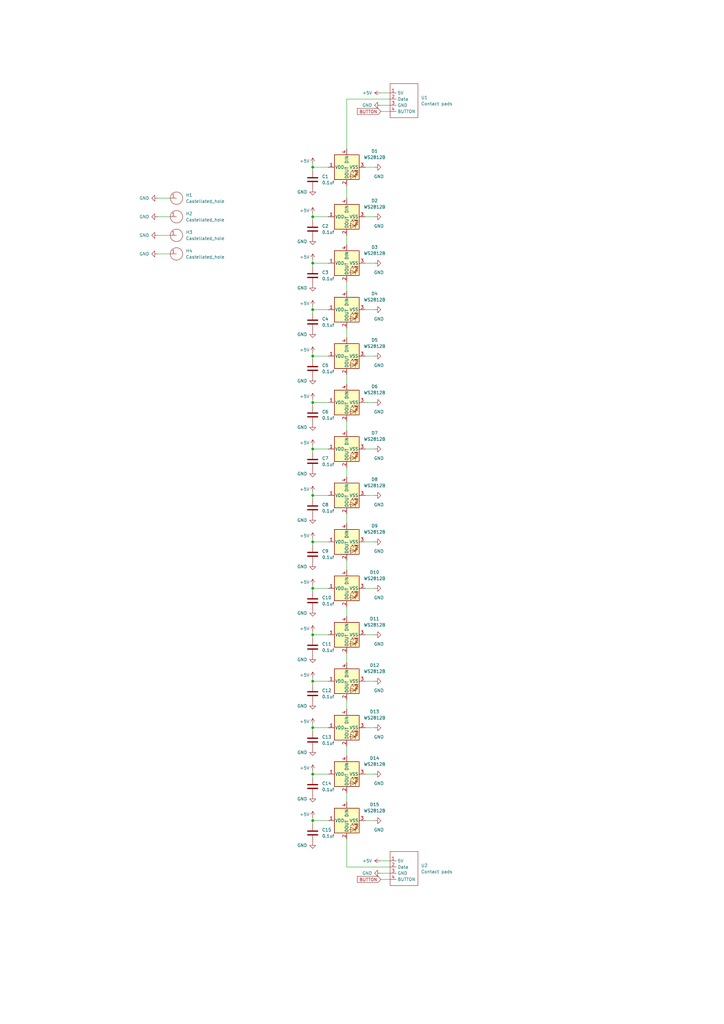
<source format=kicad_sch>
(kicad_sch (version 20211123) (generator eeschema)
  (paper "A3" portrait)
  (lib_symbols
    (symbol "Device:C" (pin_numbers hide) (pin_names (offset 0.254))
      (property "Reference" "C" (at 0.635 2.54 0))
      (property "Value" "C" (at 0.635 -2.54 0))
      (symbol "C_0_1"
        (polyline (pts (xy -2.032 -0.762) (xy 2.032 -0.762)) (stroke (width 0.508)))
        (polyline (pts (xy -2.032 0.762) (xy 2.032 0.762)) (stroke (width 0.508)))
      )
      (symbol "C_1_1"
        (pin passive line (at 0 3.81 270) (length 2.794) (name "~") (number "1"))
        (pin passive line (at 0 -3.81 90) (length 2.794) (name "~") (number "2"))
      )
    )
    (symbol "LED:WS2812B" (pin_names (offset 0.254))
      (property "Reference" "D" (at 5.08 5.715 0))
      (property "Value" "WS2812B" (at 1.27 -5.715 0))
      (symbol "WS2812B_0_0"
        (text "RGB" (at 2.286 -4.191 0) (effects (font (size 0.762 0.762))))
      )
      (symbol "WS2812B_0_1"
        (polyline (pts (xy 1.27 -3.556) (xy 1.778 -3.556)))
        (polyline (pts (xy 1.27 -2.54) (xy 1.778 -2.54)))
        (polyline (pts (xy 4.699 -3.556) (xy 2.667 -3.556)))
        (polyline (pts (xy 2.286 -2.54) (xy 1.27 -3.556) (xy 1.27 -3.048)))
        (polyline (pts (xy 2.286 -1.524) (xy 1.27 -2.54) (xy 1.27 -2.032)))
        (polyline (pts (xy 3.683 -1.016) (xy 3.683 -3.556) (xy 3.683 -4.064)))
        (polyline (pts (xy 4.699 -1.524) (xy 2.667 -1.524) (xy 3.683 -3.556) (xy 4.699 -1.524)))
        (rectangle (start 5.08 5.08) (end -5.08 -5.08) (stroke (width 0.254)) (fill (type background)))
      )
      (symbol "WS2812B_1_1"
        (pin power_in line (at 0 7.62 270) (length 2.54) (name "VDD") (number "1"))
        (pin output line (at 7.62 0 180) (length 2.54) (name "DOUT") (number "2"))
        (pin power_in line (at 0 -7.62 90) (length 2.54) (name "VSS") (number "3"))
        (pin input line (at -7.62 0 0) (length 2.54) (name "DIN") (number "4"))
      )
    )
    (symbol "WS2812B_1" (pin_names (offset 0.254))
      (property "Reference" "D" (at 5.08 5.715 0))
      (property "Value" "WS2812B_1" (at 1.27 -5.715 0))
      (symbol "WS2812B_1_0_0"
        (text "RGB" (at 2.286 -4.191 0) (effects (font (size 0.762 0.762))))
      )
      (symbol "WS2812B_1_0_1"
        (polyline (pts (xy 1.27 -3.556) (xy 1.778 -3.556)))
        (polyline (pts (xy 1.27 -2.54) (xy 1.778 -2.54)))
        (polyline (pts (xy 4.699 -3.556) (xy 2.667 -3.556)))
        (polyline (pts (xy 2.286 -2.54) (xy 1.27 -3.556) (xy 1.27 -3.048)))
        (polyline (pts (xy 2.286 -1.524) (xy 1.27 -2.54) (xy 1.27 -2.032)))
        (polyline (pts (xy 3.683 -1.016) (xy 3.683 -3.556) (xy 3.683 -4.064)))
        (polyline (pts (xy 4.699 -1.524) (xy 2.667 -1.524) (xy 3.683 -3.556) (xy 4.699 -1.524)))
        (rectangle (start 5.08 5.08) (end -5.08 -5.08) (stroke (width 0.254)) (fill (type background)))
      )
      (symbol "WS2812B_1_1_1"
        (pin power_in line (at 0 7.62 270) (length 2.54) (name "VDD") (number "1"))
        (pin output line (at 7.62 0 180) (length 2.54) (name "DOUT") (number "2"))
        (pin power_in line (at 0 -7.62 90) (length 2.54) (name "VSS") (number "3"))
        (pin input line (at -7.62 0 0) (length 2.54) (name "DIN") (number "4"))
      )
    )
    (symbol "WS2812B_10" (pin_names (offset 0.254))
      (property "Reference" "D" (at 5.08 5.715 0))
      (property "Value" "WS2812B_10" (at 1.27 -5.715 0))
      (symbol "WS2812B_10_0_0"
        (text "RGB" (at 2.286 -4.191 0) (effects (font (size 0.762 0.762))))
      )
      (symbol "WS2812B_10_0_1"
        (polyline (pts (xy 1.27 -3.556) (xy 1.778 -3.556)))
        (polyline (pts (xy 1.27 -2.54) (xy 1.778 -2.54)))
        (polyline (pts (xy 4.699 -3.556) (xy 2.667 -3.556)))
        (polyline (pts (xy 2.286 -2.54) (xy 1.27 -3.556) (xy 1.27 -3.048)))
        (polyline (pts (xy 2.286 -1.524) (xy 1.27 -2.54) (xy 1.27 -2.032)))
        (polyline (pts (xy 3.683 -1.016) (xy 3.683 -3.556) (xy 3.683 -4.064)))
        (polyline (pts (xy 4.699 -1.524) (xy 2.667 -1.524) (xy 3.683 -3.556) (xy 4.699 -1.524)))
        (rectangle (start 5.08 5.08) (end -5.08 -5.08) (stroke (width 0.254)) (fill (type background)))
      )
      (symbol "WS2812B_10_1_1"
        (pin power_in line (at 0 7.62 270) (length 2.54) (name "VDD") (number "1"))
        (pin output line (at 7.62 0 180) (length 2.54) (name "DOUT") (number "2"))
        (pin power_in line (at 0 -7.62 90) (length 2.54) (name "VSS") (number "3"))
        (pin input line (at -7.62 0 0) (length 2.54) (name "DIN") (number "4"))
      )
    )
    (symbol "WS2812B_11" (pin_names (offset 0.254))
      (property "Reference" "D" (at 5.08 5.715 0))
      (property "Value" "WS2812B_11" (at 1.27 -5.715 0))
      (symbol "WS2812B_11_0_0"
        (text "RGB" (at 2.286 -4.191 0) (effects (font (size 0.762 0.762))))
      )
      (symbol "WS2812B_11_0_1"
        (polyline (pts (xy 1.27 -3.556) (xy 1.778 -3.556)))
        (polyline (pts (xy 1.27 -2.54) (xy 1.778 -2.54)))
        (polyline (pts (xy 4.699 -3.556) (xy 2.667 -3.556)))
        (polyline (pts (xy 2.286 -2.54) (xy 1.27 -3.556) (xy 1.27 -3.048)))
        (polyline (pts (xy 2.286 -1.524) (xy 1.27 -2.54) (xy 1.27 -2.032)))
        (polyline (pts (xy 3.683 -1.016) (xy 3.683 -3.556) (xy 3.683 -4.064)))
        (polyline (pts (xy 4.699 -1.524) (xy 2.667 -1.524) (xy 3.683 -3.556) (xy 4.699 -1.524)))
        (rectangle (start 5.08 5.08) (end -5.08 -5.08) (stroke (width 0.254)) (fill (type background)))
      )
      (symbol "WS2812B_11_1_1"
        (pin power_in line (at 0 7.62 270) (length 2.54) (name "VDD") (number "1"))
        (pin output line (at 7.62 0 180) (length 2.54) (name "DOUT") (number "2"))
        (pin power_in line (at 0 -7.62 90) (length 2.54) (name "VSS") (number "3"))
        (pin input line (at -7.62 0 0) (length 2.54) (name "DIN") (number "4"))
      )
    )
    (symbol "WS2812B_12" (pin_names (offset 0.254))
      (property "Reference" "D" (at 5.08 5.715 0))
      (property "Value" "WS2812B_12" (at 1.27 -5.715 0))
      (symbol "WS2812B_12_0_0"
        (text "RGB" (at 2.286 -4.191 0) (effects (font (size 0.762 0.762))))
      )
      (symbol "WS2812B_12_0_1"
        (polyline (pts (xy 1.27 -3.556) (xy 1.778 -3.556)))
        (polyline (pts (xy 1.27 -2.54) (xy 1.778 -2.54)))
        (polyline (pts (xy 4.699 -3.556) (xy 2.667 -3.556)))
        (polyline (pts (xy 2.286 -2.54) (xy 1.27 -3.556) (xy 1.27 -3.048)))
        (polyline (pts (xy 2.286 -1.524) (xy 1.27 -2.54) (xy 1.27 -2.032)))
        (polyline (pts (xy 3.683 -1.016) (xy 3.683 -3.556) (xy 3.683 -4.064)))
        (polyline (pts (xy 4.699 -1.524) (xy 2.667 -1.524) (xy 3.683 -3.556) (xy 4.699 -1.524)))
        (rectangle (start 5.08 5.08) (end -5.08 -5.08) (stroke (width 0.254)) (fill (type background)))
      )
      (symbol "WS2812B_12_1_1"
        (pin power_in line (at 0 7.62 270) (length 2.54) (name "VDD") (number "1"))
        (pin output line (at 7.62 0 180) (length 2.54) (name "DOUT") (number "2"))
        (pin power_in line (at 0 -7.62 90) (length 2.54) (name "VSS") (number "3"))
        (pin input line (at -7.62 0 0) (length 2.54) (name "DIN") (number "4"))
      )
    )
    (symbol "WS2812B_13" (pin_names (offset 0.254))
      (property "Reference" "D" (at 5.08 5.715 0))
      (property "Value" "WS2812B_13" (at 1.27 -5.715 0))
      (symbol "WS2812B_13_0_0"
        (text "RGB" (at 2.286 -4.191 0) (effects (font (size 0.762 0.762))))
      )
      (symbol "WS2812B_13_0_1"
        (polyline (pts (xy 1.27 -3.556) (xy 1.778 -3.556)))
        (polyline (pts (xy 1.27 -2.54) (xy 1.778 -2.54)))
        (polyline (pts (xy 4.699 -3.556) (xy 2.667 -3.556)))
        (polyline (pts (xy 2.286 -2.54) (xy 1.27 -3.556) (xy 1.27 -3.048)))
        (polyline (pts (xy 2.286 -1.524) (xy 1.27 -2.54) (xy 1.27 -2.032)))
        (polyline (pts (xy 3.683 -1.016) (xy 3.683 -3.556) (xy 3.683 -4.064)))
        (polyline (pts (xy 4.699 -1.524) (xy 2.667 -1.524) (xy 3.683 -3.556) (xy 4.699 -1.524)))
        (rectangle (start 5.08 5.08) (end -5.08 -5.08) (stroke (width 0.254)) (fill (type background)))
      )
      (symbol "WS2812B_13_1_1"
        (pin power_in line (at 0 7.62 270) (length 2.54) (name "VDD") (number "1"))
        (pin output line (at 7.62 0 180) (length 2.54) (name "DOUT") (number "2"))
        (pin power_in line (at 0 -7.62 90) (length 2.54) (name "VSS") (number "3"))
        (pin input line (at -7.62 0 0) (length 2.54) (name "DIN") (number "4"))
      )
    )
    (symbol "WS2812B_14" (pin_names (offset 0.254))
      (property "Reference" "D" (at 5.08 5.715 0))
      (property "Value" "WS2812B_14" (at 1.27 -5.715 0))
      (symbol "WS2812B_14_0_0"
        (text "RGB" (at 2.286 -4.191 0) (effects (font (size 0.762 0.762))))
      )
      (symbol "WS2812B_14_0_1"
        (polyline (pts (xy 1.27 -3.556) (xy 1.778 -3.556)))
        (polyline (pts (xy 1.27 -2.54) (xy 1.778 -2.54)))
        (polyline (pts (xy 4.699 -3.556) (xy 2.667 -3.556)))
        (polyline (pts (xy 2.286 -2.54) (xy 1.27 -3.556) (xy 1.27 -3.048)))
        (polyline (pts (xy 2.286 -1.524) (xy 1.27 -2.54) (xy 1.27 -2.032)))
        (polyline (pts (xy 3.683 -1.016) (xy 3.683 -3.556) (xy 3.683 -4.064)))
        (polyline (pts (xy 4.699 -1.524) (xy 2.667 -1.524) (xy 3.683 -3.556) (xy 4.699 -1.524)))
        (rectangle (start 5.08 5.08) (end -5.08 -5.08) (stroke (width 0.254)) (fill (type background)))
      )
      (symbol "WS2812B_14_1_1"
        (pin power_in line (at 0 7.62 270) (length 2.54) (name "VDD") (number "1"))
        (pin output line (at 7.62 0 180) (length 2.54) (name "DOUT") (number "2"))
        (pin power_in line (at 0 -7.62 90) (length 2.54) (name "VSS") (number "3"))
        (pin input line (at -7.62 0 0) (length 2.54) (name "DIN") (number "4"))
      )
    )
    (symbol "WS2812B_2" (pin_names (offset 0.254))
      (property "Reference" "D" (at 5.08 5.715 0))
      (property "Value" "WS2812B_2" (at 1.27 -5.715 0))
      (symbol "WS2812B_2_0_0"
        (text "RGB" (at 2.286 -4.191 0) (effects (font (size 0.762 0.762))))
      )
      (symbol "WS2812B_2_0_1"
        (polyline (pts (xy 1.27 -3.556) (xy 1.778 -3.556)))
        (polyline (pts (xy 1.27 -2.54) (xy 1.778 -2.54)))
        (polyline (pts (xy 4.699 -3.556) (xy 2.667 -3.556)))
        (polyline (pts (xy 2.286 -2.54) (xy 1.27 -3.556) (xy 1.27 -3.048)))
        (polyline (pts (xy 2.286 -1.524) (xy 1.27 -2.54) (xy 1.27 -2.032)))
        (polyline (pts (xy 3.683 -1.016) (xy 3.683 -3.556) (xy 3.683 -4.064)))
        (polyline (pts (xy 4.699 -1.524) (xy 2.667 -1.524) (xy 3.683 -3.556) (xy 4.699 -1.524)))
        (rectangle (start 5.08 5.08) (end -5.08 -5.08) (stroke (width 0.254)) (fill (type background)))
      )
      (symbol "WS2812B_2_1_1"
        (pin power_in line (at 0 7.62 270) (length 2.54) (name "VDD") (number "1"))
        (pin output line (at 7.62 0 180) (length 2.54) (name "DOUT") (number "2"))
        (pin power_in line (at 0 -7.62 90) (length 2.54) (name "VSS") (number "3"))
        (pin input line (at -7.62 0 0) (length 2.54) (name "DIN") (number "4"))
      )
    )
    (symbol "WS2812B_3" (pin_names (offset 0.254))
      (property "Reference" "D" (at 5.08 5.715 0))
      (property "Value" "WS2812B_3" (at 1.27 -5.715 0))
      (symbol "WS2812B_3_0_0"
        (text "RGB" (at 2.286 -4.191 0) (effects (font (size 0.762 0.762))))
      )
      (symbol "WS2812B_3_0_1"
        (polyline (pts (xy 1.27 -3.556) (xy 1.778 -3.556)))
        (polyline (pts (xy 1.27 -2.54) (xy 1.778 -2.54)))
        (polyline (pts (xy 4.699 -3.556) (xy 2.667 -3.556)))
        (polyline (pts (xy 2.286 -2.54) (xy 1.27 -3.556) (xy 1.27 -3.048)))
        (polyline (pts (xy 2.286 -1.524) (xy 1.27 -2.54) (xy 1.27 -2.032)))
        (polyline (pts (xy 3.683 -1.016) (xy 3.683 -3.556) (xy 3.683 -4.064)))
        (polyline (pts (xy 4.699 -1.524) (xy 2.667 -1.524) (xy 3.683 -3.556) (xy 4.699 -1.524)))
        (rectangle (start 5.08 5.08) (end -5.08 -5.08) (stroke (width 0.254)) (fill (type background)))
      )
      (symbol "WS2812B_3_1_1"
        (pin power_in line (at 0 7.62 270) (length 2.54) (name "VDD") (number "1"))
        (pin output line (at 7.62 0 180) (length 2.54) (name "DOUT") (number "2"))
        (pin power_in line (at 0 -7.62 90) (length 2.54) (name "VSS") (number "3"))
        (pin input line (at -7.62 0 0) (length 2.54) (name "DIN") (number "4"))
      )
    )
    (symbol "WS2812B_4" (pin_names (offset 0.254))
      (property "Reference" "D" (at 5.08 5.715 0))
      (property "Value" "WS2812B_4" (at 1.27 -5.715 0))
      (symbol "WS2812B_4_0_0"
        (text "RGB" (at 2.286 -4.191 0) (effects (font (size 0.762 0.762))))
      )
      (symbol "WS2812B_4_0_1"
        (polyline (pts (xy 1.27 -3.556) (xy 1.778 -3.556)))
        (polyline (pts (xy 1.27 -2.54) (xy 1.778 -2.54)))
        (polyline (pts (xy 4.699 -3.556) (xy 2.667 -3.556)))
        (polyline (pts (xy 2.286 -2.54) (xy 1.27 -3.556) (xy 1.27 -3.048)))
        (polyline (pts (xy 2.286 -1.524) (xy 1.27 -2.54) (xy 1.27 -2.032)))
        (polyline (pts (xy 3.683 -1.016) (xy 3.683 -3.556) (xy 3.683 -4.064)))
        (polyline (pts (xy 4.699 -1.524) (xy 2.667 -1.524) (xy 3.683 -3.556) (xy 4.699 -1.524)))
        (rectangle (start 5.08 5.08) (end -5.08 -5.08) (stroke (width 0.254)) (fill (type background)))
      )
      (symbol "WS2812B_4_1_1"
        (pin power_in line (at 0 7.62 270) (length 2.54) (name "VDD") (number "1"))
        (pin output line (at 7.62 0 180) (length 2.54) (name "DOUT") (number "2"))
        (pin power_in line (at 0 -7.62 90) (length 2.54) (name "VSS") (number "3"))
        (pin input line (at -7.62 0 0) (length 2.54) (name "DIN") (number "4"))
      )
    )
    (symbol "WS2812B_5" (pin_names (offset 0.254))
      (property "Reference" "D" (at 5.08 5.715 0))
      (property "Value" "WS2812B_5" (at 1.27 -5.715 0))
      (symbol "WS2812B_5_0_0"
        (text "RGB" (at 2.286 -4.191 0) (effects (font (size 0.762 0.762))))
      )
      (symbol "WS2812B_5_0_1"
        (polyline (pts (xy 1.27 -3.556) (xy 1.778 -3.556)))
        (polyline (pts (xy 1.27 -2.54) (xy 1.778 -2.54)))
        (polyline (pts (xy 4.699 -3.556) (xy 2.667 -3.556)))
        (polyline (pts (xy 2.286 -2.54) (xy 1.27 -3.556) (xy 1.27 -3.048)))
        (polyline (pts (xy 2.286 -1.524) (xy 1.27 -2.54) (xy 1.27 -2.032)))
        (polyline (pts (xy 3.683 -1.016) (xy 3.683 -3.556) (xy 3.683 -4.064)))
        (polyline (pts (xy 4.699 -1.524) (xy 2.667 -1.524) (xy 3.683 -3.556) (xy 4.699 -1.524)))
        (rectangle (start 5.08 5.08) (end -5.08 -5.08) (stroke (width 0.254)) (fill (type background)))
      )
      (symbol "WS2812B_5_1_1"
        (pin power_in line (at 0 7.62 270) (length 2.54) (name "VDD") (number "1"))
        (pin output line (at 7.62 0 180) (length 2.54) (name "DOUT") (number "2"))
        (pin power_in line (at 0 -7.62 90) (length 2.54) (name "VSS") (number "3"))
        (pin input line (at -7.62 0 0) (length 2.54) (name "DIN") (number "4"))
      )
    )
    (symbol "WS2812B_6" (pin_names (offset 0.254))
      (property "Reference" "D" (at 5.08 5.715 0))
      (property "Value" "WS2812B_6" (at 1.27 -5.715 0))
      (symbol "WS2812B_6_0_0"
        (text "RGB" (at 2.286 -4.191 0) (effects (font (size 0.762 0.762))))
      )
      (symbol "WS2812B_6_0_1"
        (polyline (pts (xy 1.27 -3.556) (xy 1.778 -3.556)))
        (polyline (pts (xy 1.27 -2.54) (xy 1.778 -2.54)))
        (polyline (pts (xy 4.699 -3.556) (xy 2.667 -3.556)))
        (polyline (pts (xy 2.286 -2.54) (xy 1.27 -3.556) (xy 1.27 -3.048)))
        (polyline (pts (xy 2.286 -1.524) (xy 1.27 -2.54) (xy 1.27 -2.032)))
        (polyline (pts (xy 3.683 -1.016) (xy 3.683 -3.556) (xy 3.683 -4.064)))
        (polyline (pts (xy 4.699 -1.524) (xy 2.667 -1.524) (xy 3.683 -3.556) (xy 4.699 -1.524)))
        (rectangle (start 5.08 5.08) (end -5.08 -5.08) (stroke (width 0.254)) (fill (type background)))
      )
      (symbol "WS2812B_6_1_1"
        (pin power_in line (at 0 7.62 270) (length 2.54) (name "VDD") (number "1"))
        (pin output line (at 7.62 0 180) (length 2.54) (name "DOUT") (number "2"))
        (pin power_in line (at 0 -7.62 90) (length 2.54) (name "VSS") (number "3"))
        (pin input line (at -7.62 0 0) (length 2.54) (name "DIN") (number "4"))
      )
    )
    (symbol "WS2812B_7" (pin_names (offset 0.254))
      (property "Reference" "D" (at 5.08 5.715 0))
      (property "Value" "WS2812B_7" (at 1.27 -5.715 0))
      (symbol "WS2812B_7_0_0"
        (text "RGB" (at 2.286 -4.191 0) (effects (font (size 0.762 0.762))))
      )
      (symbol "WS2812B_7_0_1"
        (polyline (pts (xy 1.27 -3.556) (xy 1.778 -3.556)))
        (polyline (pts (xy 1.27 -2.54) (xy 1.778 -2.54)))
        (polyline (pts (xy 4.699 -3.556) (xy 2.667 -3.556)))
        (polyline (pts (xy 2.286 -2.54) (xy 1.27 -3.556) (xy 1.27 -3.048)))
        (polyline (pts (xy 2.286 -1.524) (xy 1.27 -2.54) (xy 1.27 -2.032)))
        (polyline (pts (xy 3.683 -1.016) (xy 3.683 -3.556) (xy 3.683 -4.064)))
        (polyline (pts (xy 4.699 -1.524) (xy 2.667 -1.524) (xy 3.683 -3.556) (xy 4.699 -1.524)))
        (rectangle (start 5.08 5.08) (end -5.08 -5.08) (stroke (width 0.254)) (fill (type background)))
      )
      (symbol "WS2812B_7_1_1"
        (pin power_in line (at 0 7.62 270) (length 2.54) (name "VDD") (number "1"))
        (pin output line (at 7.62 0 180) (length 2.54) (name "DOUT") (number "2"))
        (pin power_in line (at 0 -7.62 90) (length 2.54) (name "VSS") (number "3"))
        (pin input line (at -7.62 0 0) (length 2.54) (name "DIN") (number "4"))
      )
    )
    (symbol "WS2812B_8" (pin_names (offset 0.254))
      (property "Reference" "D" (at 5.08 5.715 0))
      (property "Value" "WS2812B_8" (at 1.27 -5.715 0))
      (symbol "WS2812B_8_0_0"
        (text "RGB" (at 2.286 -4.191 0) (effects (font (size 0.762 0.762))))
      )
      (symbol "WS2812B_8_0_1"
        (polyline (pts (xy 1.27 -3.556) (xy 1.778 -3.556)))
        (polyline (pts (xy 1.27 -2.54) (xy 1.778 -2.54)))
        (polyline (pts (xy 4.699 -3.556) (xy 2.667 -3.556)))
        (polyline (pts (xy 2.286 -2.54) (xy 1.27 -3.556) (xy 1.27 -3.048)))
        (polyline (pts (xy 2.286 -1.524) (xy 1.27 -2.54) (xy 1.27 -2.032)))
        (polyline (pts (xy 3.683 -1.016) (xy 3.683 -3.556) (xy 3.683 -4.064)))
        (polyline (pts (xy 4.699 -1.524) (xy 2.667 -1.524) (xy 3.683 -3.556) (xy 4.699 -1.524)))
        (rectangle (start 5.08 5.08) (end -5.08 -5.08) (stroke (width 0.254)) (fill (type background)))
      )
      (symbol "WS2812B_8_1_1"
        (pin power_in line (at 0 7.62 270) (length 2.54) (name "VDD") (number "1"))
        (pin output line (at 7.62 0 180) (length 2.54) (name "DOUT") (number "2"))
        (pin power_in line (at 0 -7.62 90) (length 2.54) (name "VSS") (number "3"))
        (pin input line (at -7.62 0 0) (length 2.54) (name "DIN") (number "4"))
      )
    )
    (symbol "WS2812B_9" (pin_names (offset 0.254))
      (property "Reference" "D" (at 5.08 5.715 0))
      (property "Value" "WS2812B_9" (at 1.27 -5.715 0))
      (symbol "WS2812B_9_0_0"
        (text "RGB" (at 2.286 -4.191 0) (effects (font (size 0.762 0.762))))
      )
      (symbol "WS2812B_9_0_1"
        (polyline (pts (xy 1.27 -3.556) (xy 1.778 -3.556)))
        (polyline (pts (xy 1.27 -2.54) (xy 1.778 -2.54)))
        (polyline (pts (xy 4.699 -3.556) (xy 2.667 -3.556)))
        (polyline (pts (xy 2.286 -2.54) (xy 1.27 -3.556) (xy 1.27 -3.048)))
        (polyline (pts (xy 2.286 -1.524) (xy 1.27 -2.54) (xy 1.27 -2.032)))
        (polyline (pts (xy 3.683 -1.016) (xy 3.683 -3.556) (xy 3.683 -4.064)))
        (polyline (pts (xy 4.699 -1.524) (xy 2.667 -1.524) (xy 3.683 -3.556) (xy 4.699 -1.524)))
        (rectangle (start 5.08 5.08) (end -5.08 -5.08) (stroke (width 0.254)) (fill (type background)))
      )
      (symbol "WS2812B_9_1_1"
        (pin power_in line (at 0 7.62 270) (length 2.54) (name "VDD") (number "1"))
        (pin output line (at 7.62 0 180) (length 2.54) (name "DOUT") (number "2"))
        (pin power_in line (at 0 -7.62 90) (length 2.54) (name "VSS") (number "3"))
        (pin input line (at -7.62 0 0) (length 2.54) (name "DIN") (number "4"))
      )
    )
    (symbol "myparts:Castellated_hole"
      (property "Reference" "H" (at 0 0 0))
      (property "Value" "Castellated_hole" (at 0 0 0))
      (symbol "Castellated_hole_0_1"
        (circle (center 2.54 0) (radius 2.54) (stroke (width 0.1524)))
      )
      (symbol "Castellated_hole_1_1"
        (pin bidirectional line (at 0 0 0) (length 2.54) (name "") (number "1"))
      )
    )
    (symbol "myparts:LED_strip_contact_4pads"
      (property "Reference" "U5" (at -5.08 3.81 0))
      (property "Value" "LED_strip_contact_4pads" (at -5.08 1.27 0))
      (symbol "LED_strip_contact_4pads_0_1"
        (rectangle (start -3.81 3.81) (end 7.62 -10.16) (stroke (width 0.1524)))
      )
      (symbol "LED_strip_contact_4pads_1_1"
        (pin bidirectional line (at -3.81 0 0) (length 2.54) (name "5V") (number "1"))
        (pin bidirectional line (at -3.81 -2.54 0) (length 2.54) (name "Data") (number "2"))
        (pin bidirectional line (at -3.81 -5.08 0) (length 2.54) (name "GND") (number "3"))
        (pin bidirectional line (at -3.81 -7.62 0) (length 2.54) (name "BUTTON") (number "4"))
      )
    )
    (symbol "power:+5V" (power) (pin_names (offset 0))
      (property "Value" "+5V" (at 0 3.556 0))
      (symbol "+5V_0_1"
        (polyline (pts (xy -0.762 1.27) (xy 0 2.54)))
        (polyline (pts (xy 0 0) (xy 0 2.54)))
        (polyline (pts (xy 0 2.54) (xy 0.762 1.27)))
      )
      (symbol "+5V_1_1"
        (pin power_in line (at 0 0 90) (length 0) hide (name "+5V") (number "1"))
      )
    )
    (symbol "power:GND" (power) (pin_names (offset 0))
      (property "Value" "GND" (at 0 -3.81 0))
      (symbol "GND_0_1"
        (polyline (pts (xy 0 0) (xy 0 -1.27) (xy 1.27 -1.27) (xy 0 -2.54) (xy -1.27 -1.27) (xy 0 -1.27)))
      )
      (symbol "GND_1_1"
        (pin power_in line (at 0 0 270) (length 0) hide (name "GND") (number "1"))
      )
    )
  )
  (junction (at 128.27 336.55))
  (junction (at 128.27 68.58))
  (junction (at 128.27 165.1))
  (junction (at 128.27 317.5))
  (junction (at 128.27 279.4))
  (junction (at 128.27 260.35))
  (junction (at 128.27 241.3))
  (junction (at 128.27 127))
  (junction (at 128.27 222.25))
  (junction (at 128.27 88.9))
  (junction (at 128.27 203.2))
  (junction (at 128.27 146.05))
  (junction (at 128.27 184.15))
  (junction (at 128.27 107.95))
  (junction (at 128.27 298.45))
  (wire (pts (xy 128.27 241.3) (xy 128.27 242.57)))
  (wire (pts (xy 128.27 220.98) (xy 128.27 222.25)))
  (wire (pts (xy 149.86 184.15) (xy 153.67 184.15)))
  (wire (pts (xy 128.27 182.88) (xy 128.27 184.15)))
  (wire (pts (xy 128.27 335.28) (xy 128.27 336.55)))
  (wire (pts (xy 149.86 165.1) (xy 153.67 165.1)))
  (wire (pts (xy 149.86 203.2) (xy 153.67 203.2)))
  (wire (pts (xy 128.27 241.3) (xy 134.62 241.3)))
  (wire (pts (xy 128.27 259.08) (xy 128.27 260.35)))
  (wire (pts (xy 64.77 88.9) (xy 69.85 88.9)))
  (wire (pts (xy 128.27 165.1) (xy 128.27 166.37)))
  (wire (pts (xy 128.27 316.23) (xy 128.27 317.5)))
  (wire (pts (xy 142.24 229.87) (xy 142.24 233.68)))
  (wire (pts (xy 142.24 287.02) (xy 142.24 290.83)))
  (wire (pts (xy 156.21 358.14) (xy 160.02 358.14)))
  (wire (pts (xy 128.27 279.4) (xy 128.27 280.67)))
  (wire (pts (xy 156.21 353.06) (xy 160.02 353.06)))
  (wire (pts (xy 149.86 127) (xy 153.67 127)))
  (wire (pts (xy 142.24 248.92) (xy 142.24 252.73)))
  (wire (pts (xy 128.27 317.5) (xy 134.62 317.5)))
  (wire (pts (xy 128.27 240.03) (xy 128.27 241.3)))
  (wire (pts (xy 128.27 163.83) (xy 128.27 165.1)))
  (wire (pts (xy 128.27 88.9) (xy 128.27 90.17)))
  (wire (pts (xy 128.27 279.4) (xy 134.62 279.4)))
  (wire (pts (xy 128.27 336.55) (xy 128.27 337.82)))
  (wire (pts (xy 128.27 336.55) (xy 134.62 336.55)))
  (wire (pts (xy 142.24 40.64) (xy 142.24 60.96)))
  (wire (pts (xy 128.27 297.18) (xy 128.27 298.45)))
  (wire (pts (xy 142.24 115.57) (xy 142.24 119.38)))
  (wire (pts (xy 142.24 325.12) (xy 142.24 328.93)))
  (wire (pts (xy 64.77 96.52) (xy 69.85 96.52)))
  (wire (pts (xy 128.27 317.5) (xy 128.27 318.77)))
  (wire (pts (xy 128.27 222.25) (xy 134.62 222.25)))
  (wire (pts (xy 142.24 172.72) (xy 142.24 176.53)))
  (wire (pts (xy 149.86 279.4) (xy 153.67 279.4)))
  (wire (pts (xy 149.86 260.35) (xy 153.67 260.35)))
  (wire (pts (xy 128.27 165.1) (xy 134.62 165.1)))
  (wire (pts (xy 128.27 107.95) (xy 128.27 109.22)))
  (wire (pts (xy 149.86 146.05) (xy 153.67 146.05)))
  (wire (pts (xy 142.24 344.17) (xy 142.24 355.6)))
  (wire (pts (xy 142.24 210.82) (xy 142.24 214.63)))
  (wire (pts (xy 128.27 127) (xy 134.62 127)))
  (wire (pts (xy 128.27 222.25) (xy 128.27 223.52)))
  (wire (pts (xy 128.27 203.2) (xy 128.27 204.47)))
  (wire (pts (xy 128.27 144.78) (xy 128.27 146.05)))
  (wire (pts (xy 149.86 107.95) (xy 153.67 107.95)))
  (wire (pts (xy 156.21 360.68) (xy 160.02 360.68)))
  (wire (pts (xy 149.86 241.3) (xy 153.67 241.3)))
  (wire (pts (xy 64.77 81.28) (xy 69.85 81.28)))
  (wire (pts (xy 142.24 76.2) (xy 142.24 81.28)))
  (wire (pts (xy 156.21 43.18) (xy 160.02 43.18)))
  (wire (pts (xy 128.27 278.13) (xy 128.27 279.4)))
  (wire (pts (xy 64.77 104.14) (xy 69.85 104.14)))
  (wire (pts (xy 128.27 87.63) (xy 128.27 88.9)))
  (wire (pts (xy 128.27 260.35) (xy 134.62 260.35)))
  (wire (pts (xy 142.24 267.97) (xy 142.24 271.78)))
  (wire (pts (xy 142.24 96.52) (xy 142.24 100.33)))
  (wire (pts (xy 160.02 40.64) (xy 142.24 40.64)))
  (wire (pts (xy 128.27 298.45) (xy 128.27 299.72)))
  (wire (pts (xy 149.86 298.45) (xy 153.67 298.45)))
  (wire (pts (xy 128.27 88.9) (xy 134.62 88.9)))
  (wire (pts (xy 128.27 298.45) (xy 134.62 298.45)))
  (wire (pts (xy 128.27 146.05) (xy 128.27 147.32)))
  (wire (pts (xy 160.02 355.6) (xy 142.24 355.6)))
  (wire (pts (xy 142.24 134.62) (xy 142.24 138.43)))
  (wire (pts (xy 128.27 201.93) (xy 128.27 203.2)))
  (wire (pts (xy 128.27 203.2) (xy 134.62 203.2)))
  (wire (pts (xy 128.27 68.58) (xy 128.27 69.85)))
  (wire (pts (xy 128.27 146.05) (xy 134.62 146.05)))
  (wire (pts (xy 149.86 222.25) (xy 153.67 222.25)))
  (wire (pts (xy 149.86 317.5) (xy 153.67 317.5)))
  (wire (pts (xy 128.27 67.31) (xy 128.27 68.58)))
  (wire (pts (xy 128.27 68.58) (xy 134.62 68.58)))
  (wire (pts (xy 156.21 45.72) (xy 160.02 45.72)))
  (wire (pts (xy 128.27 106.68) (xy 128.27 107.95)))
  (wire (pts (xy 142.24 306.07) (xy 142.24 309.88)))
  (wire (pts (xy 128.27 127) (xy 128.27 128.27)))
  (wire (pts (xy 156.21 38.1) (xy 160.02 38.1)))
  (wire (pts (xy 142.24 153.67) (xy 142.24 157.48)))
  (wire (pts (xy 128.27 184.15) (xy 128.27 185.42)))
  (wire (pts (xy 149.86 336.55) (xy 153.67 336.55)))
  (wire (pts (xy 128.27 107.95) (xy 134.62 107.95)))
  (wire (pts (xy 149.86 88.9) (xy 153.67 88.9)))
  (wire (pts (xy 149.86 68.58) (xy 153.67 68.58)))
  (wire (pts (xy 128.27 125.73) (xy 128.27 127)))
  (wire (pts (xy 128.27 260.35) (xy 128.27 261.62)))
  (wire (pts (xy 128.27 184.15) (xy 134.62 184.15)))
  (wire (pts (xy 142.24 191.77) (xy 142.24 195.58)))
  (global_label "BUTTON" (shape input) (at 156.21 360.68 180) (property "Intersheet References" "${INTERSHEET_REFS}" (effects hide)))
  (global_label "BUTTON" (shape input) (at 156.21 45.72 180) (property "Intersheet References" "${INTERSHEET_REFS}" (effects hide)))
  (symbol (lib_id "power:GND") (at 128.27 250.19 0) (unit 1)
    (property "Reference" "#PWR0126" (effects hide))
    (property "Value" "GND" (at 121.92 251.46 0) (effects (justify left)))
  )
  (symbol (lib_id "LED:WS2812B") (at 142.24 279.4 90) (mirror x) (unit 1)
    (property "Reference" "D12" (at 153.67 272.8212 90))
    (property "Value" "WS2812B" (at 153.67 275.3612 90))
    (property "Footprint" "LED_SMD:LED_WS2812B_PLCC4_5.0x5.0mm_P3.2mm" (effects hide))
    (property "Datasheet" "https://cdn-shop.adafruit.com/datasheets/WS2812B.pdf" (effects hide))
    (property "LCSC" "C114586" (effects hide))
    (property "5+" "€0.1214" (effects hide))
    (property "50+" "€0.1002" (effects hide))
    (property "150+" "€0.0848" (effects hide))
    (property "500+" "€0.0721" (effects hide))
    (property "LCSC link" "https://lcsc.com/product-detail/Light-Emitting-Diodes-LED_Worldsemi-WS2812B-B_C114586.html" (effects hide))
  )
  (symbol (lib_id "power:GND") (at 153.67 146.05 90) (unit 1)
    (property "Reference" "#PWR0107" (effects hide))
    (property "Value" "GND" (at 157.48 149.86 90) (effects (justify left)))
  )
  (symbol (lib_id "power:GND") (at 128.27 135.89 0) (unit 1)
    (property "Reference" "#PWR0136" (effects hide))
    (property "Value" "GND" (at 121.92 137.16 0) (effects (justify left)))
  )
  (symbol (lib_id "power:GND") (at 128.27 345.44 0) (unit 1)
    (property "Reference" "#PWR0111" (effects hide))
    (property "Value" "GND" (at 121.92 346.71 0) (effects (justify left)))
  )
  (symbol (lib_id "power:GND") (at 156.21 358.14 270) (unit 1)
    (property "Reference" "#PWR0122" (effects hide))
    (property "Value" "GND" (at 148.59 358.14 90) (effects (justify left)))
  )
  (symbol (lib_id "myparts:LED_strip_contact_4pads") (at 163.83 38.1 0) (unit 1)
    (property "Reference" "U1" (at 172.72 40.0049 0) (effects (justify left)))
    (property "Value" "Contact pads" (at 172.72 42.5449 0) (effects (justify left)))
    (property "Footprint" "myparts:LED strip connector 4pad small" (effects hide))
  )
  (symbol (lib_id "power:GND") (at 128.27 307.34 0) (unit 1)
    (property "Reference" "#PWR0112" (effects hide))
    (property "Value" "GND" (at 121.92 308.61 0) (effects (justify left)))
  )
  (symbol (lib_id "Device:C") (at 128.27 265.43 0) (unit 1)
    (property "Reference" "C11" (at 132.08 264.1599 0) (effects (justify left)))
    (property "Value" "0.1uf" (at 132.08 266.6999 0) (effects (justify left)))
    (property "Footprint" "Capacitor_SMD:C_0603_1608Metric_Pad1.08x0.95mm_HandSolder" (effects hide))
  )
  (symbol (lib_name "WS2812B_5") (lib_id "LED:WS2812B") (at 142.24 127 90) (mirror x) (unit 1)
    (property "Reference" "D4" (at 153.67 120.4212 90))
    (property "Value" "WS2812B" (at 153.67 122.9612 90))
    (property "Footprint" "LED_SMD:LED_WS2812B_PLCC4_5.0x5.0mm_P3.2mm" (effects hide))
    (property "Datasheet" "https://cdn-shop.adafruit.com/datasheets/WS2812B.pdf" (effects hide))
    (property "LCSC" "C114586" (effects hide))
    (property "5+" "€0.1214" (effects hide))
    (property "50+" "€0.1002" (effects hide))
    (property "150+" "€0.0848" (effects hide))
    (property "500+" "€0.0721" (effects hide))
    (property "LCSC link" "https://lcsc.com/product-detail/Light-Emitting-Diodes-LED_Worldsemi-WS2812B-B_C114586.html" (effects hide))
  )
  (symbol (lib_id "power:GND") (at 64.77 88.9 270) (unit 1)
    (property "Reference" "#PWR0150" (effects hide))
    (property "Value" "GND" (at 57.15 88.9 90) (effects (justify left)))
  )
  (symbol (lib_id "power:GND") (at 128.27 212.09 0) (unit 1)
    (property "Reference" "#PWR0130" (effects hide))
    (property "Value" "GND" (at 121.92 213.36 0) (effects (justify left)))
  )
  (symbol (lib_id "power:GND") (at 153.67 260.35 90) (unit 1)
    (property "Reference" "#PWR0132" (effects hide))
    (property "Value" "GND" (at 157.48 264.16 90) (effects (justify left)))
  )
  (symbol (lib_id "power:+5V") (at 128.27 182.88 0) (unit 1)
    (property "Reference" "#PWR0108" (effects hide))
    (property "Value" "+5V" (at 127 181.61 0) (effects (justify right)))
  )
  (symbol (lib_name "WS2812B_6") (lib_id "LED:WS2812B") (at 142.24 336.55 90) (mirror x) (unit 1)
    (property "Reference" "D15" (at 153.67 329.9712 90))
    (property "Value" "WS2812B" (at 153.67 332.5112 90))
    (property "Footprint" "LED_SMD:LED_WS2812B_PLCC4_5.0x5.0mm_P3.2mm" (effects hide))
    (property "Datasheet" "https://cdn-shop.adafruit.com/datasheets/WS2812B.pdf" (effects hide))
    (property "LCSC" "C114586" (effects hide))
    (property "5+" "€0.1214" (effects hide))
    (property "50+" "€0.1002" (effects hide))
    (property "150+" "€0.0848" (effects hide))
    (property "500+" "€0.0721" (effects hide))
    (property "LCSC link" "https://lcsc.com/product-detail/Light-Emitting-Diodes-LED_Worldsemi-WS2812B-B_C114586.html" (effects hide))
  )
  (symbol (lib_id "power:+5V") (at 156.21 38.1 90) (unit 1)
    (property "Reference" "#PWR0148" (effects hide))
    (property "Value" "+5V" (at 148.59 38.1 90) (effects (justify right)))
  )
  (symbol (lib_id "Device:C") (at 128.27 341.63 0) (unit 1)
    (property "Reference" "C15" (at 132.08 340.3599 0) (effects (justify left)))
    (property "Value" "0.1uf" (at 132.08 342.8999 0) (effects (justify left)))
    (property "Footprint" "Capacitor_SMD:C_0603_1608Metric_Pad1.08x0.95mm_HandSolder" (effects hide))
  )
  (symbol (lib_name "WS2812B_12") (lib_id "LED:WS2812B") (at 142.24 241.3 90) (mirror x) (unit 1)
    (property "Reference" "D10" (at 153.67 234.7212 90))
    (property "Value" "WS2812B" (at 153.67 237.2612 90))
    (property "Footprint" "LED_SMD:LED_WS2812B_PLCC4_5.0x5.0mm_P3.2mm" (effects hide))
    (property "Datasheet" "https://cdn-shop.adafruit.com/datasheets/WS2812B.pdf" (effects hide))
    (property "LCSC" "C114586" (effects hide))
    (property "5+" "€0.1214" (effects hide))
    (property "50+" "€0.1002" (effects hide))
    (property "150+" "€0.0848" (effects hide))
    (property "500+" "€0.0721" (effects hide))
    (property "LCSC link" "https://lcsc.com/product-detail/Light-Emitting-Diodes-LED_Worldsemi-WS2812B-B_C114586.html" (effects hide))
  )
  (symbol (lib_id "power:GND") (at 153.67 298.45 90) (unit 1)
    (property "Reference" "#PWR0115" (effects hide))
    (property "Value" "GND" (at 157.48 302.26 90) (effects (justify left)))
  )
  (symbol (lib_name "WS2812B_2") (lib_id "LED:WS2812B") (at 142.24 146.05 90) (mirror x) (unit 1)
    (property "Reference" "D5" (at 153.67 139.4712 90))
    (property "Value" "WS2812B" (at 153.67 142.0112 90))
    (property "Footprint" "LED_SMD:LED_WS2812B_PLCC4_5.0x5.0mm_P3.2mm" (effects hide))
    (property "Datasheet" "https://cdn-shop.adafruit.com/datasheets/WS2812B.pdf" (effects hide))
    (property "LCSC" "C114586" (effects hide))
    (property "5+" "€0.1214" (effects hide))
    (property "50+" "€0.1002" (effects hide))
    (property "150+" "€0.0848" (effects hide))
    (property "500+" "€0.0721" (effects hide))
    (property "LCSC link" "https://lcsc.com/product-detail/Light-Emitting-Diodes-LED_Worldsemi-WS2812B-B_C114586.html" (effects hide))
  )
  (symbol (lib_id "power:+5V") (at 128.27 67.31 0) (unit 1)
    (property "Reference" "#PWR0146" (effects hide))
    (property "Value" "+5V" (at 127 66.04 0) (effects (justify right)))
  )
  (symbol (lib_name "WS2812B_14") (lib_id "LED:WS2812B") (at 142.24 298.45 90) (mirror x) (unit 1)
    (property "Reference" "D13" (at 153.67 291.8712 90))
    (property "Value" "WS2812B" (at 153.67 294.4112 90))
    (property "Footprint" "LED_SMD:LED_WS2812B_PLCC4_5.0x5.0mm_P3.2mm" (effects hide))
    (property "Datasheet" "https://cdn-shop.adafruit.com/datasheets/WS2812B.pdf" (effects hide))
    (property "LCSC" "C114586" (effects hide))
    (property "5+" "€0.1214" (effects hide))
    (property "50+" "€0.1002" (effects hide))
    (property "150+" "€0.0848" (effects hide))
    (property "500+" "€0.0721" (effects hide))
    (property "LCSC link" "https://lcsc.com/product-detail/Light-Emitting-Diodes-LED_Worldsemi-WS2812B-B_C114586.html" (effects hide))
  )
  (symbol (lib_id "Device:C") (at 128.27 132.08 0) (unit 1)
    (property "Reference" "C4" (at 132.08 130.8099 0) (effects (justify left)))
    (property "Value" "0.1uf" (at 132.08 133.3499 0) (effects (justify left)))
    (property "Footprint" "Capacitor_SMD:C_0603_1608Metric_Pad1.08x0.95mm_HandSolder" (effects hide))
  )
  (symbol (lib_id "Device:C") (at 128.27 93.98 0) (unit 1)
    (property "Reference" "C2" (at 132.08 92.7099 0) (effects (justify left)))
    (property "Value" "0.1uf" (at 132.08 95.2499 0) (effects (justify left)))
    (property "Footprint" "Capacitor_SMD:C_0603_1608Metric_Pad1.08x0.95mm_HandSolder" (effects hide))
  )
  (symbol (lib_name "WS2812B_13") (lib_id "LED:WS2812B") (at 142.24 260.35 90) (mirror x) (unit 1)
    (property "Reference" "D11" (at 153.67 253.7712 90))
    (property "Value" "WS2812B" (at 153.67 256.3112 90))
    (property "Footprint" "LED_SMD:LED_WS2812B_PLCC4_5.0x5.0mm_P3.2mm" (effects hide))
    (property "Datasheet" "https://cdn-shop.adafruit.com/datasheets/WS2812B.pdf" (effects hide))
    (property "LCSC" "C114586" (effects hide))
    (property "5+" "€0.1214" (effects hide))
    (property "50+" "€0.1002" (effects hide))
    (property "150+" "€0.0848" (effects hide))
    (property "500+" "€0.0721" (effects hide))
    (property "LCSC link" "https://lcsc.com/product-detail/Light-Emitting-Diodes-LED_Worldsemi-WS2812B-B_C114586.html" (effects hide))
  )
  (symbol (lib_name "WS2812B_10") (lib_id "LED:WS2812B") (at 142.24 222.25 90) (mirror x) (unit 1)
    (property "Reference" "D9" (at 153.67 215.6712 90))
    (property "Value" "WS2812B" (at 153.67 218.2112 90))
    (property "Footprint" "LED_SMD:LED_WS2812B_PLCC4_5.0x5.0mm_P3.2mm" (effects hide))
    (property "Datasheet" "https://cdn-shop.adafruit.com/datasheets/WS2812B.pdf" (effects hide))
    (property "LCSC" "C114586" (effects hide))
    (property "5+" "€0.1214" (effects hide))
    (property "50+" "€0.1002" (effects hide))
    (property "150+" "€0.0848" (effects hide))
    (property "500+" "€0.0721" (effects hide))
    (property "LCSC link" "https://lcsc.com/product-detail/Light-Emitting-Diodes-LED_Worldsemi-WS2812B-B_C114586.html" (effects hide))
  )
  (symbol (lib_id "power:GND") (at 64.77 104.14 270) (unit 1)
    (property "Reference" "#PWR0151" (effects hide))
    (property "Value" "GND" (at 57.15 104.14 90) (effects (justify left)))
  )
  (symbol (lib_id "power:GND") (at 128.27 326.39 0) (unit 1)
    (property "Reference" "#PWR0120" (effects hide))
    (property "Value" "GND" (at 121.92 327.66 0) (effects (justify left)))
  )
  (symbol (lib_id "power:GND") (at 153.67 241.3 90) (unit 1)
    (property "Reference" "#PWR0131" (effects hide))
    (property "Value" "GND" (at 157.48 245.11 90) (effects (justify left)))
  )
  (symbol (lib_id "power:+5V") (at 156.21 353.06 90) (unit 1)
    (property "Reference" "#PWR0121" (effects hide))
    (property "Value" "+5V" (at 148.59 353.06 90) (effects (justify right)))
  )
  (symbol (lib_id "power:+5V") (at 128.27 297.18 0) (unit 1)
    (property "Reference" "#PWR0113" (effects hide))
    (property "Value" "+5V" (at 127 295.91 0) (effects (justify right)))
  )
  (symbol (lib_id "power:+5V") (at 128.27 201.93 0) (unit 1)
    (property "Reference" "#PWR0128" (effects hide))
    (property "Value" "+5V" (at 127 200.66 0) (effects (justify right)))
  )
  (symbol (lib_id "power:GND") (at 153.67 222.25 90) (unit 1)
    (property "Reference" "#PWR0127" (effects hide))
    (property "Value" "GND" (at 157.48 226.06 90) (effects (justify left)))
  )
  (symbol (lib_id "power:GND") (at 153.67 127 90) (unit 1)
    (property "Reference" "#PWR0138" (effects hide))
    (property "Value" "GND" (at 157.48 130.81 90) (effects (justify left)))
  )
  (symbol (lib_id "power:GND") (at 153.67 184.15 90) (unit 1)
    (property "Reference" "#PWR0105" (effects hide))
    (property "Value" "GND" (at 157.48 187.96 90) (effects (justify left)))
  )
  (symbol (lib_id "Device:C") (at 128.27 170.18 0) (unit 1)
    (property "Reference" "C6" (at 132.08 168.9099 0) (effects (justify left)))
    (property "Value" "0.1uf" (at 132.08 171.4499 0) (effects (justify left)))
    (property "Footprint" "Capacitor_SMD:C_0603_1608Metric_Pad1.08x0.95mm_HandSolder" (effects hide))
  )
  (symbol (lib_id "power:GND") (at 128.27 116.84 0) (unit 1)
    (property "Reference" "#PWR0140" (effects hide))
    (property "Value" "GND" (at 121.92 118.11 0) (effects (justify left)))
  )
  (symbol (lib_id "power:GND") (at 128.27 193.04 0) (unit 1)
    (property "Reference" "#PWR0110" (effects hide))
    (property "Value" "GND" (at 121.92 194.31 0) (effects (justify left)))
  )
  (symbol (lib_id "power:+5V") (at 128.27 278.13 0) (unit 1)
    (property "Reference" "#PWR0134" (effects hide))
    (property "Value" "+5V" (at 127 276.86 0) (effects (justify right)))
  )
  (symbol (lib_id "Device:C") (at 128.27 73.66 0) (unit 1)
    (property "Reference" "C1" (at 132.08 72.3899 0) (effects (justify left)))
    (property "Value" "0.1uf" (at 132.08 74.9299 0) (effects (justify left)))
    (property "Footprint" "Capacitor_SMD:C_0603_1608Metric_Pad1.08x0.95mm_HandSolder" (effects hide))
  )
  (symbol (lib_id "myparts:Castellated_hole") (at 69.85 104.14 0) (unit 1)
    (property "Reference" "H4" (at 76.2 102.8699 0) (effects (justify left)))
    (property "Value" "Castellated_hole" (at 76.2 105.4099 0) (effects (justify left)))
    (property "Footprint" "myparts:Castellated hole" (effects hide))
  )
  (symbol (lib_id "power:+5V") (at 128.27 240.03 0) (unit 1)
    (property "Reference" "#PWR0125" (effects hide))
    (property "Value" "+5V" (at 127 238.76 0) (effects (justify right)))
  )
  (symbol (lib_id "myparts:Castellated_hole") (at 69.85 81.28 0) (unit 1)
    (property "Reference" "H1" (at 76.2 80.0099 0) (effects (justify left)))
    (property "Value" "Castellated_hole" (at 76.2 82.5499 0) (effects (justify left)))
    (property "Footprint" "myparts:Castellated hole" (effects hide))
  )
  (symbol (lib_id "power:GND") (at 153.67 279.4 90) (unit 1)
    (property "Reference" "#PWR0133" (effects hide))
    (property "Value" "GND" (at 157.48 283.21 90) (effects (justify left)))
  )
  (symbol (lib_id "power:GND") (at 128.27 288.29 0) (unit 1)
    (property "Reference" "#PWR0118" (effects hide))
    (property "Value" "GND" (at 121.92 289.56 0) (effects (justify left)))
  )
  (symbol (lib_id "myparts:LED_strip_contact_4pads") (at 163.83 353.06 0) (unit 1)
    (property "Reference" "U2" (at 172.72 354.9649 0) (effects (justify left)))
    (property "Value" "Contact pads" (at 172.72 357.5049 0) (effects (justify left)))
    (property "Footprint" "myparts:LED strip connector 4pad small" (effects hide))
  )
  (symbol (lib_id "power:GND") (at 153.67 165.1 90) (unit 1)
    (property "Reference" "#PWR0106" (effects hide))
    (property "Value" "GND" (at 157.48 168.91 90) (effects (justify left)))
  )
  (symbol (lib_id "Device:C") (at 128.27 208.28 0) (unit 1)
    (property "Reference" "C8" (at 132.08 207.0099 0) (effects (justify left)))
    (property "Value" "0.1uf" (at 132.08 209.5499 0) (effects (justify left)))
    (property "Footprint" "Capacitor_SMD:C_0603_1608Metric_Pad1.08x0.95mm_HandSolder" (effects hide))
  )
  (symbol (lib_id "power:+5V") (at 128.27 316.23 0) (unit 1)
    (property "Reference" "#PWR0114" (effects hide))
    (property "Value" "+5V" (at 127 314.96 0) (effects (justify right)))
  )
  (symbol (lib_id "power:+5V") (at 128.27 144.78 0) (unit 1)
    (property "Reference" "#PWR0103" (effects hide))
    (property "Value" "+5V" (at 127 143.51 0) (effects (justify right)))
  )
  (symbol (lib_id "power:GND") (at 153.67 88.9 90) (unit 1)
    (property "Reference" "#PWR0137" (effects hide))
    (property "Value" "GND" (at 157.48 92.71 90) (effects (justify left)))
  )
  (symbol (lib_name "WS2812B_11") (lib_id "LED:WS2812B") (at 142.24 203.2 90) (mirror x) (unit 1)
    (property "Reference" "D8" (at 153.67 196.6212 90))
    (property "Value" "WS2812B" (at 153.67 199.1612 90))
    (property "Footprint" "LED_SMD:LED_WS2812B_PLCC4_5.0x5.0mm_P3.2mm" (effects hide))
    (property "Datasheet" "https://cdn-shop.adafruit.com/datasheets/WS2812B.pdf" (effects hide))
    (property "LCSC" "C114586" (effects hide))
    (property "5+" "€0.1214" (effects hide))
    (property "50+" "€0.1002" (effects hide))
    (property "150+" "€0.0848" (effects hide))
    (property "500+" "€0.0721" (effects hide))
    (property "LCSC link" "https://lcsc.com/product-detail/Light-Emitting-Diodes-LED_Worldsemi-WS2812B-B_C114586.html" (effects hide))
  )
  (symbol (lib_id "power:+5V") (at 128.27 220.98 0) (unit 1)
    (property "Reference" "#PWR0129" (effects hide))
    (property "Value" "+5V" (at 127 219.71 0) (effects (justify right)))
  )
  (symbol (lib_id "power:GND") (at 64.77 96.52 270) (unit 1)
    (property "Reference" "#PWR0152" (effects hide))
    (property "Value" "GND" (at 57.15 96.52 90) (effects (justify left)))
  )
  (symbol (lib_id "Device:C") (at 128.27 189.23 0) (unit 1)
    (property "Reference" "C7" (at 132.08 187.9599 0) (effects (justify left)))
    (property "Value" "0.1uf" (at 132.08 190.4999 0) (effects (justify left)))
    (property "Footprint" "Capacitor_SMD:C_0603_1608Metric_Pad1.08x0.95mm_HandSolder" (effects hide))
  )
  (symbol (lib_id "power:+5V") (at 128.27 335.28 0) (unit 1)
    (property "Reference" "#PWR0119" (effects hide))
    (property "Value" "+5V" (at 127 334.01 0) (effects (justify right)))
  )
  (symbol (lib_id "Device:C") (at 128.27 246.38 0) (unit 1)
    (property "Reference" "C10" (at 132.08 245.1099 0) (effects (justify left)))
    (property "Value" "0.1uf" (at 132.08 247.6499 0) (effects (justify left)))
    (property "Footprint" "Capacitor_SMD:C_0603_1608Metric_Pad1.08x0.95mm_HandSolder" (effects hide))
  )
  (symbol (lib_id "power:GND") (at 128.27 231.14 0) (unit 1)
    (property "Reference" "#PWR0124" (effects hide))
    (property "Value" "GND" (at 121.92 232.41 0) (effects (justify left)))
  )
  (symbol (lib_id "power:+5V") (at 128.27 259.08 0) (unit 1)
    (property "Reference" "#PWR0123" (effects hide))
    (property "Value" "+5V" (at 127 257.81 0) (effects (justify right)))
  )
  (symbol (lib_id "power:GND") (at 153.67 336.55 90) (unit 1)
    (property "Reference" "#PWR0117" (effects hide))
    (property "Value" "GND" (at 157.48 340.36 90) (effects (justify left)))
  )
  (symbol (lib_id "power:GND") (at 128.27 154.94 0) (unit 1)
    (property "Reference" "#PWR0101" (effects hide))
    (property "Value" "GND" (at 121.92 156.21 0) (effects (justify left)))
  )
  (symbol (lib_name "WS2812B_1") (lib_id "LED:WS2812B") (at 142.24 184.15 90) (mirror x) (unit 1)
    (property "Reference" "D7" (at 153.67 177.5712 90))
    (property "Value" "WS2812B" (at 153.67 180.1112 90))
    (property "Footprint" "LED_SMD:LED_WS2812B_PLCC4_5.0x5.0mm_P3.2mm" (effects hide))
    (property "Datasheet" "https://cdn-shop.adafruit.com/datasheets/WS2812B.pdf" (effects hide))
    (property "LCSC" "C114586" (effects hide))
    (property "5+" "€0.1214" (effects hide))
    (property "50+" "€0.1002" (effects hide))
    (property "150+" "€0.0848" (effects hide))
    (property "500+" "€0.0721" (effects hide))
    (property "LCSC link" "https://lcsc.com/product-detail/Light-Emitting-Diodes-LED_Worldsemi-WS2812B-B_C114586.html" (effects hide))
  )
  (symbol (lib_id "power:+5V") (at 128.27 125.73 0) (unit 1)
    (property "Reference" "#PWR0141" (effects hide))
    (property "Value" "+5V" (at 127 124.46 0) (effects (justify right)))
  )
  (symbol (lib_name "WS2812B_9") (lib_id "LED:WS2812B") (at 142.24 68.58 90) (mirror x) (unit 1)
    (property "Reference" "D1" (at 153.67 62.0012 90))
    (property "Value" "WS2812B" (at 153.67 64.5412 90))
    (property "Footprint" "LED_SMD:LED_WS2812B_PLCC4_5.0x5.0mm_P3.2mm" (effects hide))
    (property "Datasheet" "https://cdn-shop.adafruit.com/datasheets/WS2812B.pdf" (effects hide))
    (property "LCSC" "C114586" (effects hide))
    (property "5+" "€0.1214" (effects hide))
    (property "50+" "€0.1002" (effects hide))
    (property "150+" "€0.0848" (effects hide))
    (property "500+" "€0.0721" (effects hide))
    (property "LCSC link" "https://lcsc.com/product-detail/Light-Emitting-Diodes-LED_Worldsemi-WS2812B-B_C114586.html" (effects hide))
  )
  (symbol (lib_id "power:+5V") (at 128.27 163.83 0) (unit 1)
    (property "Reference" "#PWR0102" (effects hide))
    (property "Value" "+5V" (at 127 162.56 0) (effects (justify right)))
  )
  (symbol (lib_id "power:GND") (at 153.67 68.58 90) (unit 1)
    (property "Reference" "#PWR0149" (effects hide))
    (property "Value" "GND" (at 157.48 72.39 90) (effects (justify left)))
  )
  (symbol (lib_id "power:GND") (at 128.27 97.79 0) (unit 1)
    (property "Reference" "#PWR0144" (effects hide))
    (property "Value" "GND" (at 121.92 99.06 0) (effects (justify left)))
  )
  (symbol (lib_id "power:GND") (at 64.77 81.28 270) (unit 1)
    (property "Reference" "#PWR0154" (effects hide))
    (property "Value" "GND" (at 57.15 81.28 90) (effects (justify left)))
  )
  (symbol (lib_id "power:GND") (at 128.27 173.99 0) (unit 1)
    (property "Reference" "#PWR0109" (effects hide))
    (property "Value" "GND" (at 121.92 175.26 0) (effects (justify left)))
  )
  (symbol (lib_id "power:GND") (at 128.27 77.47 0) (unit 1)
    (property "Reference" "#PWR0145" (effects hide))
    (property "Value" "GND" (at 121.92 78.74 0) (effects (justify left)))
  )
  (symbol (lib_id "power:+5V") (at 128.27 87.63 0) (unit 1)
    (property "Reference" "#PWR0142" (effects hide))
    (property "Value" "+5V" (at 127 86.36 0) (effects (justify right)))
  )
  (symbol (lib_id "power:GND") (at 153.67 317.5 90) (unit 1)
    (property "Reference" "#PWR0116" (effects hide))
    (property "Value" "GND" (at 157.48 321.31 90) (effects (justify left)))
  )
  (symbol (lib_name "WS2812B_3") (lib_id "LED:WS2812B") (at 142.24 165.1 90) (mirror x) (unit 1)
    (property "Reference" "D6" (at 153.67 158.5212 90))
    (property "Value" "WS2812B" (at 153.67 161.0612 90))
    (property "Footprint" "LED_SMD:LED_WS2812B_PLCC4_5.0x5.0mm_P3.2mm" (effects hide))
    (property "Datasheet" "https://cdn-shop.adafruit.com/datasheets/WS2812B.pdf" (effects hide))
    (property "LCSC" "C114586" (effects hide))
    (property "5+" "€0.1214" (effects hide))
    (property "50+" "€0.1002" (effects hide))
    (property "150+" "€0.0848" (effects hide))
    (property "500+" "€0.0721" (effects hide))
    (property "LCSC link" "https://lcsc.com/product-detail/Light-Emitting-Diodes-LED_Worldsemi-WS2812B-B_C114586.html" (effects hide))
  )
  (symbol (lib_id "myparts:Castellated_hole") (at 69.85 96.52 0) (unit 1)
    (property "Reference" "H3" (at 76.2 95.2499 0) (effects (justify left)))
    (property "Value" "Castellated_hole" (at 76.2 97.7899 0) (effects (justify left)))
    (property "Footprint" "myparts:Castellated hole" (effects hide))
  )
  (symbol (lib_id "myparts:Castellated_hole") (at 69.85 88.9 0) (unit 1)
    (property "Reference" "H2" (at 76.2 87.6299 0) (effects (justify left)))
    (property "Value" "Castellated_hole" (at 76.2 90.1699 0) (effects (justify left)))
    (property "Footprint" "myparts:Castellated hole" (effects hide))
  )
  (symbol (lib_id "power:GND") (at 153.67 203.2 90) (unit 1)
    (property "Reference" "#PWR0104" (effects hide))
    (property "Value" "GND" (at 157.48 207.01 90) (effects (justify left)))
  )
  (symbol (lib_name "WS2812B_7") (lib_id "LED:WS2812B") (at 142.24 317.5 90) (mirror x) (unit 1)
    (property "Reference" "D14" (at 153.67 310.9212 90))
    (property "Value" "WS2812B" (at 153.67 313.4612 90))
    (property "Footprint" "LED_SMD:LED_WS2812B_PLCC4_5.0x5.0mm_P3.2mm" (effects hide))
    (property "Datasheet" "https://cdn-shop.adafruit.com/datasheets/WS2812B.pdf" (effects hide))
    (property "LCSC" "C114586" (effects hide))
    (property "5+" "€0.1214" (effects hide))
    (property "50+" "€0.1002" (effects hide))
    (property "150+" "€0.0848" (effects hide))
    (property "500+" "€0.0721" (effects hide))
    (property "LCSC link" "https://lcsc.com/product-detail/Light-Emitting-Diodes-LED_Worldsemi-WS2812B-B_C114586.html" (effects hide))
  )
  (symbol (lib_id "Device:C") (at 128.27 227.33 0) (unit 1)
    (property "Reference" "C9" (at 132.08 226.0599 0) (effects (justify left)))
    (property "Value" "0.1uf" (at 132.08 228.5999 0) (effects (justify left)))
    (property "Footprint" "Capacitor_SMD:C_0603_1608Metric_Pad1.08x0.95mm_HandSolder" (effects hide))
  )
  (symbol (lib_id "Device:C") (at 128.27 113.03 0) (unit 1)
    (property "Reference" "C3" (at 132.08 111.7599 0) (effects (justify left)))
    (property "Value" "0.1uf" (at 132.08 114.2999 0) (effects (justify left)))
    (property "Footprint" "Capacitor_SMD:C_0603_1608Metric_Pad1.08x0.95mm_HandSolder" (effects hide))
  )
  (symbol (lib_id "power:GND") (at 156.21 43.18 270) (unit 1)
    (property "Reference" "#PWR0147" (effects hide))
    (property "Value" "GND" (at 148.59 43.18 90) (effects (justify left)))
  )
  (symbol (lib_name "WS2812B_8") (lib_id "LED:WS2812B") (at 142.24 88.9 90) (mirror x) (unit 1)
    (property "Reference" "D2" (at 153.67 82.3212 90))
    (property "Value" "WS2812B" (at 153.67 84.8612 90))
    (property "Footprint" "LED_SMD:LED_WS2812B_PLCC4_5.0x5.0mm_P3.2mm" (effects hide))
    (property "Datasheet" "https://cdn-shop.adafruit.com/datasheets/WS2812B.pdf" (effects hide))
    (property "LCSC" "C114586" (effects hide))
    (property "5+" "€0.1214" (effects hide))
    (property "50+" "€0.1002" (effects hide))
    (property "150+" "€0.0848" (effects hide))
    (property "500+" "€0.0721" (effects hide))
    (property "LCSC link" "https://lcsc.com/product-detail/Light-Emitting-Diodes-LED_Worldsemi-WS2812B-B_C114586.html" (effects hide))
  )
  (symbol (lib_name "WS2812B_4") (lib_id "LED:WS2812B") (at 142.24 107.95 90) (mirror x) (unit 1)
    (property "Reference" "D3" (at 153.67 101.3712 90))
    (property "Value" "WS2812B" (at 153.67 103.9112 90))
    (property "Footprint" "LED_SMD:LED_WS2812B_PLCC4_5.0x5.0mm_P3.2mm" (effects hide))
    (property "Datasheet" "https://cdn-shop.adafruit.com/datasheets/WS2812B.pdf" (effects hide))
    (property "LCSC" "C114586" (effects hide))
    (property "5+" "€0.1214" (effects hide))
    (property "50+" "€0.1002" (effects hide))
    (property "150+" "€0.0848" (effects hide))
    (property "500+" "€0.0721" (effects hide))
    (property "LCSC link" "https://lcsc.com/product-detail/Light-Emitting-Diodes-LED_Worldsemi-WS2812B-B_C114586.html" (effects hide))
  )
  (symbol (lib_id "power:+5V") (at 128.27 106.68 0) (unit 1)
    (property "Reference" "#PWR0143" (effects hide))
    (property "Value" "+5V" (at 127 105.41 0) (effects (justify right)))
  )
  (symbol (lib_id "power:GND") (at 153.67 107.95 90) (unit 1)
    (property "Reference" "#PWR0139" (effects hide))
    (property "Value" "GND" (at 157.48 111.76 90) (effects (justify left)))
  )
  (symbol (lib_id "Device:C") (at 128.27 303.53 0) (unit 1)
    (property "Reference" "C13" (at 132.08 302.2599 0) (effects (justify left)))
    (property "Value" "0.1uf" (at 132.08 304.7999 0) (effects (justify left)))
    (property "Footprint" "Capacitor_SMD:C_0603_1608Metric_Pad1.08x0.95mm_HandSolder" (effects hide))
  )
  (symbol (lib_id "Device:C") (at 128.27 151.13 0) (unit 1)
    (property "Reference" "C5" (at 132.08 149.8599 0) (effects (justify left)))
    (property "Value" "0.1uf" (at 132.08 152.3999 0) (effects (justify left)))
    (property "Footprint" "Capacitor_SMD:C_0603_1608Metric_Pad1.08x0.95mm_HandSolder" (effects hide))
  )
  (symbol (lib_id "Device:C") (at 128.27 284.48 0) (unit 1)
    (property "Reference" "C12" (at 132.08 283.2099 0) (effects (justify left)))
    (property "Value" "0.1uf" (at 132.08 285.7499 0) (effects (justify left)))
    (property "Footprint" "Capacitor_SMD:C_0603_1608Metric_Pad1.08x0.95mm_HandSolder" (effects hide))
  )
  (symbol (lib_id "Device:C") (at 128.27 322.58 0) (unit 1)
    (property "Reference" "C14" (at 132.08 321.3099 0) (effects (justify left)))
    (property "Value" "0.1uf" (at 132.08 323.8499 0) (effects (justify left)))
    (property "Footprint" "Capacitor_SMD:C_0603_1608Metric_Pad1.08x0.95mm_HandSolder" (effects hide))
  )
  (symbol (lib_id "power:GND") (at 128.27 269.24 0) (unit 1)
    (property "Reference" "#PWR0135" (effects hide))
    (property "Value" "GND" (at 121.92 270.51 0) (effects (justify left)))
  )
)
</source>
